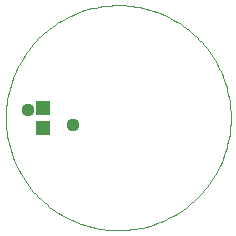
<source format=gts>
G75*
%MOIN*%
%OFA0B0*%
%FSLAX24Y24*%
%IPPOS*%
%LPD*%
%AMOC8*
5,1,8,0,0,1.08239X$1,22.5*
%
%ADD10C,0.0010*%
%ADD11R,0.0474X0.0513*%
%ADD12C,0.0440*%
D10*
X007708Y006763D02*
X007710Y006885D01*
X007716Y007007D01*
X007726Y007129D01*
X007740Y007250D01*
X007758Y007371D01*
X007779Y007491D01*
X007805Y007610D01*
X007834Y007729D01*
X007868Y007846D01*
X007905Y007962D01*
X007946Y008077D01*
X007991Y008191D01*
X008039Y008303D01*
X008091Y008414D01*
X008146Y008522D01*
X008205Y008629D01*
X008268Y008734D01*
X008334Y008837D01*
X008403Y008937D01*
X008475Y009036D01*
X008551Y009132D01*
X008629Y009225D01*
X008711Y009316D01*
X008796Y009404D01*
X008883Y009489D01*
X008973Y009571D01*
X009066Y009651D01*
X009161Y009727D01*
X009259Y009800D01*
X009359Y009870D01*
X009461Y009937D01*
X009565Y010000D01*
X009672Y010060D01*
X009780Y010117D01*
X009890Y010169D01*
X010002Y010219D01*
X010115Y010264D01*
X010230Y010306D01*
X010346Y010344D01*
X010463Y010379D01*
X010581Y010409D01*
X010700Y010436D01*
X010820Y010458D01*
X010941Y010477D01*
X011062Y010492D01*
X011184Y010503D01*
X011305Y010510D01*
X011427Y010513D01*
X011550Y010512D01*
X011672Y010507D01*
X011793Y010498D01*
X011915Y010485D01*
X012036Y010468D01*
X012156Y010447D01*
X012275Y010423D01*
X012394Y010394D01*
X012512Y010362D01*
X012628Y010326D01*
X012744Y010286D01*
X012858Y010242D01*
X012970Y010195D01*
X013081Y010144D01*
X013190Y010089D01*
X013298Y010031D01*
X013403Y009969D01*
X013506Y009904D01*
X013608Y009836D01*
X013706Y009764D01*
X013803Y009689D01*
X013897Y009612D01*
X013988Y009531D01*
X014077Y009447D01*
X014163Y009360D01*
X014246Y009271D01*
X014326Y009179D01*
X014403Y009084D01*
X014477Y008987D01*
X014548Y008887D01*
X014616Y008786D01*
X014680Y008682D01*
X014741Y008576D01*
X014798Y008468D01*
X014852Y008359D01*
X014902Y008247D01*
X014948Y008134D01*
X014991Y008020D01*
X015030Y007904D01*
X015065Y007788D01*
X015097Y007670D01*
X015124Y007551D01*
X015148Y007431D01*
X015168Y007310D01*
X015184Y007189D01*
X015196Y007068D01*
X015204Y006946D01*
X015208Y006824D01*
X015208Y006702D01*
X015204Y006580D01*
X015196Y006458D01*
X015184Y006337D01*
X015168Y006216D01*
X015148Y006095D01*
X015124Y005975D01*
X015097Y005856D01*
X015065Y005738D01*
X015030Y005622D01*
X014991Y005506D01*
X014948Y005392D01*
X014902Y005279D01*
X014852Y005167D01*
X014798Y005058D01*
X014741Y004950D01*
X014680Y004844D01*
X014616Y004740D01*
X014548Y004639D01*
X014477Y004539D01*
X014403Y004442D01*
X014326Y004347D01*
X014246Y004255D01*
X014163Y004166D01*
X014077Y004079D01*
X013988Y003995D01*
X013897Y003914D01*
X013803Y003837D01*
X013706Y003762D01*
X013608Y003690D01*
X013506Y003622D01*
X013403Y003557D01*
X013298Y003495D01*
X013190Y003437D01*
X013081Y003382D01*
X012970Y003331D01*
X012858Y003284D01*
X012744Y003240D01*
X012628Y003200D01*
X012512Y003164D01*
X012394Y003132D01*
X012275Y003103D01*
X012156Y003079D01*
X012036Y003058D01*
X011915Y003041D01*
X011793Y003028D01*
X011672Y003019D01*
X011550Y003014D01*
X011427Y003013D01*
X011305Y003016D01*
X011184Y003023D01*
X011062Y003034D01*
X010941Y003049D01*
X010820Y003068D01*
X010700Y003090D01*
X010581Y003117D01*
X010463Y003147D01*
X010346Y003182D01*
X010230Y003220D01*
X010115Y003262D01*
X010002Y003307D01*
X009890Y003357D01*
X009780Y003409D01*
X009672Y003466D01*
X009565Y003526D01*
X009461Y003589D01*
X009359Y003656D01*
X009259Y003726D01*
X009161Y003799D01*
X009066Y003875D01*
X008973Y003955D01*
X008883Y004037D01*
X008796Y004122D01*
X008711Y004210D01*
X008629Y004301D01*
X008551Y004394D01*
X008475Y004490D01*
X008403Y004589D01*
X008334Y004689D01*
X008268Y004792D01*
X008205Y004897D01*
X008146Y005004D01*
X008091Y005112D01*
X008039Y005223D01*
X007991Y005335D01*
X007946Y005449D01*
X007905Y005564D01*
X007868Y005680D01*
X007834Y005797D01*
X007805Y005916D01*
X007779Y006035D01*
X007758Y006155D01*
X007740Y006276D01*
X007726Y006397D01*
X007716Y006519D01*
X007710Y006641D01*
X007708Y006763D01*
D11*
X008958Y006429D03*
X008958Y007098D03*
D12*
X008458Y007013D03*
X009958Y006513D03*
M02*

</source>
